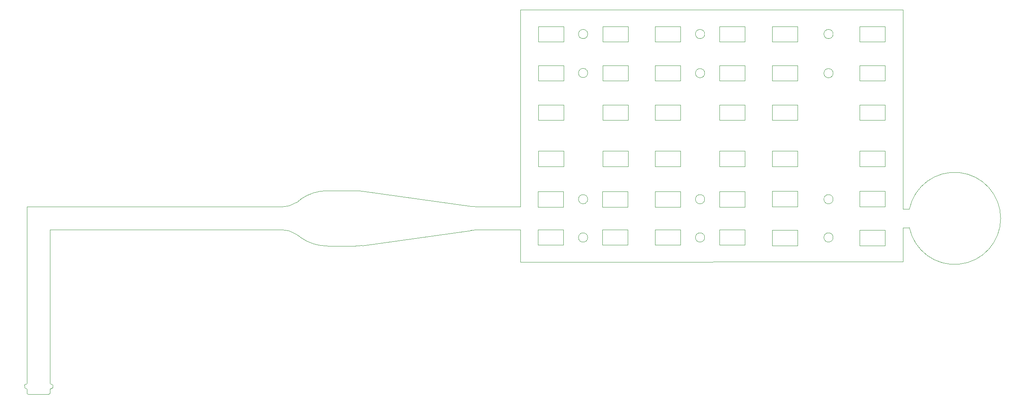
<source format=gko>
G04*
G04 #@! TF.GenerationSoftware,Altium Limited,Altium Designer,18.0.7 (293)*
G04*
G04 Layer_Color=16711935*
%FSAX25Y25*%
%MOIN*%
G70*
G01*
G75*
%ADD30C,0.00050*%
D30*
X0019984Y0003663D02*
G03*
X0019685Y0003150I0000292J-0000513D01*
G01*
X0021850Y0006890D02*
G03*
X0021260Y0007480I-0000591J0000000D01*
G01*
X0019685Y0008071D02*
G03*
X0020276Y0007480I0000591J0000000D01*
G01*
X0229493Y0135854D02*
G03*
X0218204Y0139413I-0011289J-0016127D01*
G01*
X0233928Y0132750D02*
G03*
X0256505Y0125633I0022577J0032253D01*
G01*
X0280722D02*
G03*
X0286181Y0126013I0000000J0039370D01*
G01*
X0384632Y0139413D02*
G03*
X0379174Y0139032I0000000J-0039370D01*
G01*
X0753451Y0141381D02*
G03*
X0753451Y0157129I0038575J0007874D01*
G01*
X0379174Y0159478D02*
G03*
X0384632Y0159098I0005459J0038990D01*
G01*
X0286181Y0172497D02*
G03*
X0280722Y0172877I-0005459J-0038990D01*
G01*
X0256505D02*
G03*
X0233928Y0165760I0000000J-0039370D01*
G01*
X0218204Y0159098D02*
G03*
X0229493Y0162656I0000000J0019685D01*
G01*
X-0000591Y0007480D02*
G03*
X0000000Y0008071I0000000J0000591D01*
G01*
X-0001575Y0007480D02*
G03*
X-0002165Y0006890I0000000J-0000591D01*
G01*
X0000000Y0003150D02*
G03*
X-0000299Y0003663I-0000591J0000000D01*
G01*
X0000000Y0000000D02*
G03*
X0001181Y-0001181I0001181J0000000D01*
G01*
X0018504D02*
G03*
X0019685Y0000000I0000000J0001181D01*
G01*
X0688334Y0273350D02*
G03*
X0688334Y0273350I-0003937J0000000D01*
G01*
X0578667Y0165629D02*
G03*
X0578667Y0165629I-0003937J0000000D01*
G01*
X0478796D02*
G03*
X0478796Y0165629I-0003937J0000000D01*
G01*
X0578667Y0273350D02*
G03*
X0578667Y0273350I-0003937J0000000D01*
G01*
Y0306806D02*
G03*
X0578667Y0306806I-0003937J0000000D01*
G01*
X0478796Y0132875D02*
G03*
X0478796Y0132875I-0003937J0000000D01*
G01*
Y0306806D02*
G03*
X0478796Y0306806I-0003937J0000000D01*
G01*
X0688334D02*
G03*
X0688334Y0306806I-0003937J0000000D01*
G01*
X0578667Y0132946D02*
G03*
X0578667Y0132946I-0003937J0000000D01*
G01*
X0478796Y0273511D02*
G03*
X0478796Y0273511I-0003937J0000000D01*
G01*
X0688311Y0165629D02*
G03*
X0688311Y0165629I-0003937J0000000D01*
G01*
Y0132946D02*
G03*
X0688311Y0132946I-0003937J0000000D01*
G01*
X0019685Y0008071D02*
Y0139413D01*
X0000000Y0008071D02*
Y0159098D01*
X0019685Y0000000D02*
Y0003150D01*
X0019984Y0003663D02*
X0021850Y0004724D01*
Y0006890D01*
X0020276Y0007480D02*
X0021260D01*
X0019685Y0139413D02*
X0218204D01*
X0229493Y0135854D02*
X0233928Y0132750D01*
X0256505Y0125633D02*
X0280722D01*
X0286181Y0126013D02*
X0379174Y0139032D01*
X0384632Y0139413D02*
X0421260D01*
Y0112046D02*
Y0139413D01*
Y0112046D02*
X0747931Y0112090D01*
Y0141381D01*
X0753451D01*
X0747931Y0157129D02*
X0753451D01*
X0747931D02*
Y0327651D01*
X0421260D02*
X0747931D01*
X0421260Y0159098D02*
Y0327651D01*
X0384632Y0159098D02*
X0421260D01*
X0286181Y0172497D02*
X0379174Y0159478D01*
X0256505Y0172877D02*
X0280722D01*
X0229493Y0162656D02*
X0233928Y0165760D01*
X0000000Y0159098D02*
X0218204D01*
X-0001575Y0007480D02*
X-0000591D01*
X-0002165Y0004724D02*
Y0006890D01*
Y0004724D02*
X-0000299Y0003663D01*
X0000000Y0000000D02*
Y0003150D01*
X0001181Y-0001181D02*
X0018504D01*
X0711097Y0266949D02*
X0732751D01*
X0711097D02*
Y0280049D01*
X0732751D01*
Y0266949D02*
Y0280049D01*
X0636219D02*
X0657872D01*
Y0266949D02*
Y0280049D01*
X0636219Y0266949D02*
X0657872D01*
X0636219D02*
Y0280049D01*
X0536343Y0172233D02*
X0557997D01*
Y0159026D02*
Y0172233D01*
X0536343Y0159026D02*
X0557997D01*
X0536343D02*
Y0172233D01*
X0591302Y0159026D02*
Y0172233D01*
X0612955D01*
Y0159026D02*
Y0172233D01*
X0591302Y0159026D02*
X0612955D01*
X0491420Y0172233D02*
X0513073D01*
Y0159026D02*
Y0172233D01*
X0491420Y0159026D02*
X0513073D01*
X0491420D02*
Y0172233D01*
X0436462D02*
X0458115D01*
Y0159026D02*
Y0172233D01*
X0436462Y0159026D02*
X0458115D01*
X0436462D02*
Y0172233D01*
X0636219Y0193721D02*
Y0206821D01*
X0657872D01*
Y0193721D02*
Y0206821D01*
X0636219Y0193721D02*
X0657872D01*
X0711097D02*
Y0206821D01*
X0732751D01*
Y0193721D02*
Y0206821D01*
X0711097Y0193721D02*
X0732751D01*
X0536415D02*
Y0206821D01*
X0558069D01*
Y0193721D02*
Y0206821D01*
X0536415Y0193721D02*
X0558069D01*
X0591412D02*
Y0206821D01*
X0613066D01*
Y0193721D02*
Y0206821D01*
X0591412Y0193721D02*
X0613066D01*
X0436534D02*
Y0206821D01*
X0458187D01*
Y0193721D02*
Y0206821D01*
X0436534Y0193721D02*
X0458187D01*
X0491530D02*
Y0206821D01*
X0513184D01*
Y0193721D02*
Y0206821D01*
X0491530Y0193721D02*
X0513184D01*
X0636219Y0233091D02*
Y0246191D01*
X0657872D01*
Y0233091D02*
Y0246191D01*
X0636219Y0233091D02*
X0657872D01*
X0711097D02*
Y0246191D01*
X0732751D01*
Y0233091D02*
Y0246191D01*
X0711097Y0233091D02*
X0732751D01*
X0536415D02*
Y0246191D01*
X0558069D01*
Y0233091D02*
Y0246191D01*
X0536415Y0233091D02*
X0558069D01*
X0591412D02*
Y0246191D01*
X0613066D01*
Y0233091D02*
Y0246191D01*
X0591412Y0233091D02*
X0613066D01*
X0436534D02*
Y0246191D01*
X0458187D01*
Y0233091D02*
Y0246191D01*
X0436534Y0233091D02*
X0458187D01*
X0491530D02*
Y0246191D01*
X0513184D01*
Y0233091D02*
Y0246191D01*
X0491530Y0233091D02*
X0513184D01*
X0591412Y0266949D02*
X0613066D01*
X0591412D02*
Y0280049D01*
X0613066D01*
Y0266949D02*
Y0280049D01*
X0536415Y0266949D02*
X0558069D01*
X0536415D02*
Y0280049D01*
X0558069D01*
Y0266949D02*
Y0280049D01*
X0591412Y0300256D02*
X0613066D01*
X0591412D02*
Y0313356D01*
X0613066D01*
Y0300256D02*
Y0313356D01*
X0536415Y0300256D02*
X0558069D01*
X0536415D02*
Y0313356D01*
X0558069D01*
Y0300256D02*
Y0313356D01*
X0436462Y0139713D02*
X0458115D01*
Y0126506D02*
Y0139713D01*
X0436462Y0126506D02*
X0458115D01*
X0436462D02*
Y0139713D01*
X0491420Y0126506D02*
Y0139713D01*
X0513073D01*
Y0126506D02*
Y0139713D01*
X0491420Y0126506D02*
X0513073D01*
X0436534Y0313356D02*
X0458187D01*
Y0300256D02*
Y0313356D01*
X0436534Y0300256D02*
X0458187D01*
X0436534D02*
Y0313356D01*
X0491530D02*
X0513184D01*
Y0300256D02*
Y0313356D01*
X0491530Y0300256D02*
X0513184D01*
X0491530D02*
Y0313356D01*
X0711097Y0300256D02*
X0732751D01*
X0711097D02*
Y0313356D01*
X0732751D01*
Y0300256D02*
Y0313356D01*
X0636219Y0300256D02*
Y0313356D01*
X0657872D01*
Y0300256D02*
Y0313356D01*
X0636219Y0300256D02*
X0657872D01*
X0536343Y0139713D02*
X0557997D01*
Y0126506D02*
Y0139713D01*
X0536343Y0126506D02*
X0557997D01*
X0536343D02*
Y0139713D01*
X0591302Y0126506D02*
Y0139713D01*
X0612955D01*
Y0126506D02*
Y0139713D01*
X0591302Y0126506D02*
X0612955D01*
X0436534Y0266949D02*
X0458187D01*
X0436534D02*
Y0280049D01*
X0458187D01*
Y0266949D02*
Y0280049D01*
X0491530Y0266949D02*
X0513184D01*
X0491530D02*
Y0280049D01*
X0513184D01*
Y0266949D02*
Y0280049D01*
X0636219Y0172411D02*
X0657872D01*
Y0159311D02*
Y0172411D01*
X0636219Y0159311D02*
X0657872D01*
X0636219D02*
Y0172411D01*
X0711097Y0159311D02*
Y0172411D01*
X0732751D01*
Y0159311D02*
Y0172411D01*
X0711097Y0159311D02*
X0732751D01*
X0636219Y0139104D02*
X0657872D01*
Y0126004D02*
Y0139104D01*
X0636219Y0126004D02*
X0657872D01*
X0636219D02*
Y0139104D01*
X0711097D02*
X0732751D01*
Y0126004D02*
Y0139104D01*
X0711097Y0126004D02*
X0732751D01*
X0711097D02*
Y0139104D01*
M02*

</source>
